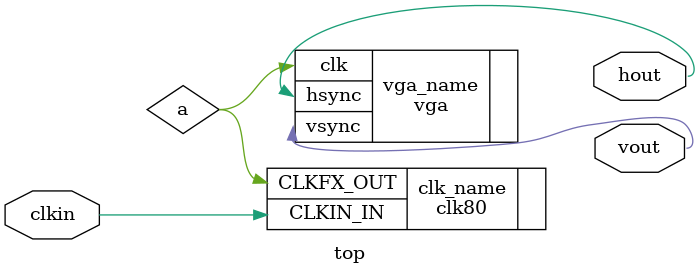
<source format=v>
`timescale 1ns / 1ps
module top(clkin,hout,vout);
input clkin;
output hout,vout;
wire a;
clk80 clk_name(.CLKIN_IN(clkin),.CLKFX_OUT(a));
vga vga_name(.clk(a),.hsync(hout),.vsync(vout));
endmodule

</source>
